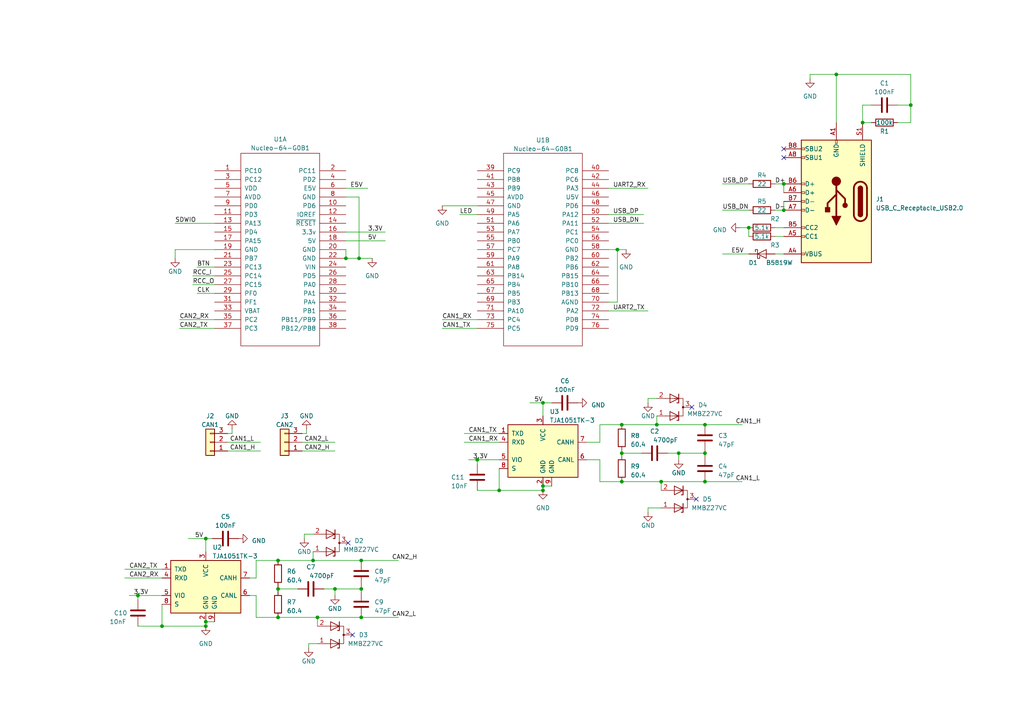
<source format=kicad_sch>
(kicad_sch (version 20221206) (generator eeschema)
  (paper "A4")
  (lib_symbols
    (symbol "Connector:USB_C_Receptacle_USB2.0" (pin_names (offset 1.016))
      (property "Reference" "J" (at -10.16 19.05 0))
      (property "Value" "USB_C_Receptacle_USB2.0" (at 19.05 19.05 0))
      (symbol "USB_C_Receptacle_USB2.0_0_0"
        (rectangle (start -0.254 -17.78) (end 0.254 -16.764))
        (rectangle (start 10.16 -14.986) (end 9.144 -15.494))
        (rectangle (start 10.16 -12.446) (end 9.144 -12.954))
        (rectangle (start 10.16 -4.826) (end 9.144 -5.334))
        (rectangle (start 10.16 -2.286) (end 9.144 -2.794))
        (rectangle (start 10.16 0.254) (end 9.144 -0.254))
        (rectangle (start 10.16 2.794) (end 9.144 2.286))
        (rectangle (start 10.16 7.874) (end 9.144 7.366))
        (rectangle (start 10.16 10.414) (end 9.144 9.906))
        (rectangle (start 10.16 15.494) (end 9.144 14.986))
      )
      (symbol "USB_C_Receptacle_USB2.0_0_1"
        (rectangle (start -10.16 17.78) (end 10.16 -17.78) (stroke (width 0.254)) (fill (type background)))
        (arc (start -8.89 -3.81) (mid -6.985 -5.7067) (end -5.08 -3.81) (stroke (width 0.508)))
        (arc (start -7.62 -3.81) (mid -6.985 -4.4423) (end -6.35 -3.81) (stroke (width 0.254)))
        (arc (start -7.62 -3.81) (mid -6.985 -4.4423) (end -6.35 -3.81) (stroke (width 0.254)) (fill (type outline)))
        (rectangle (start -7.62 -3.81) (end -6.35 3.81) (stroke (width 0.254)) (fill (type outline)))
        (arc (start -6.35 3.81) (mid -6.985 4.4423) (end -7.62 3.81) (stroke (width 0.254)))
        (arc (start -6.35 3.81) (mid -6.985 4.4423) (end -7.62 3.81) (stroke (width 0.254)) (fill (type outline)))
        (arc (start -5.08 3.81) (mid -6.985 5.7067) (end -8.89 3.81) (stroke (width 0.508)))
        (circle (center -2.54 1.143) (radius 0.635) (stroke (width 0.254)) (fill (type outline)))
        (circle (center 0 -5.842) (radius 1.27) (fill (type outline)))
        (polyline (pts (xy -8.89 -3.81) (xy -8.89 3.81)) (stroke (width 0.508)))
        (polyline (pts (xy -5.08 3.81) (xy -5.08 -3.81)) (stroke (width 0.508)))
        (polyline (pts (xy 0 -5.842) (xy 0 4.318)) (stroke (width 0.508)))
        (polyline (pts (xy 0 -3.302) (xy -2.54 -0.762) (xy -2.54 0.508)) (stroke (width 0.508)))
        (polyline (pts (xy 0 -2.032) (xy 2.54 0.508) (xy 2.54 1.778)) (stroke (width 0.508)))
        (polyline (pts (xy -1.27 4.318) (xy 0 6.858) (xy 1.27 4.318) (xy -1.27 4.318)) (stroke (width 0.254)) (fill (type outline)))
        (rectangle (start 1.905 1.778) (end 3.175 3.048) (stroke (width 0.254)) (fill (type outline)))
      )
      (symbol "USB_C_Receptacle_USB2.0_1_1"
        (pin passive line (at 0 -22.86 90) (length 5.08) (name "GND") (number "A1"))
        (pin passive line (at 0 -22.86 90) (length 5.08) hide (name "GND") (number "A12"))
        (pin passive line (at 15.24 15.24 180) (length 5.08) (name "VBUS") (number "A4"))
        (pin bidirectional line (at 15.24 10.16 180) (length 5.08) (name "CC1") (number "A5"))
        (pin bidirectional line (at 15.24 -2.54 180) (length 5.08) (name "D+") (number "A6"))
        (pin bidirectional line (at 15.24 2.54 180) (length 5.08) (name "D-") (number "A7"))
        (pin bidirectional line (at 15.24 -12.7 180) (length 5.08) (name "SBU1") (number "A8"))
        (pin passive line (at 15.24 15.24 180) (length 5.08) hide (name "VBUS") (number "A9"))
        (pin passive line (at 0 -22.86 90) (length 5.08) hide (name "GND") (number "B1"))
        (pin passive line (at 0 -22.86 90) (length 5.08) hide (name "GND") (number "B12"))
        (pin passive line (at 15.24 15.24 180) (length 5.08) hide (name "VBUS") (number "B4"))
        (pin bidirectional line (at 15.24 7.62 180) (length 5.08) (name "CC2") (number "B5"))
        (pin bidirectional line (at 15.24 -5.08 180) (length 5.08) (name "D+") (number "B6"))
        (pin bidirectional line (at 15.24 0 180) (length 5.08) (name "D-") (number "B7"))
        (pin bidirectional line (at 15.24 -15.24 180) (length 5.08) (name "SBU2") (number "B8"))
        (pin passive line (at 15.24 15.24 180) (length 5.08) hide (name "VBUS") (number "B9"))
        (pin passive line (at -7.62 -22.86 90) (length 5.08) (name "SHIELD") (number "S1"))
      )
    )
    (symbol "Connector_Generic:Conn_01x03" (pin_names (offset 1.016) hide)
      (property "Reference" "J" (at 0 5.08 0))
      (property "Value" "Conn_01x03" (at 0 -5.08 0))
      (symbol "Conn_01x03_1_1"
        (rectangle (start -1.27 -2.413) (end 0 -2.667) (stroke (width 0.1524)))
        (rectangle (start -1.27 0.127) (end 0 -0.127) (stroke (width 0.1524)))
        (rectangle (start -1.27 2.667) (end 0 2.413) (stroke (width 0.1524)))
        (rectangle (start -1.27 3.81) (end 1.27 -3.81) (stroke (width 0.254)) (fill (type background)))
        (pin passive line (at -5.08 2.54 0) (length 3.81) (name "Pin_1") (number "1"))
        (pin passive line (at -5.08 0 0) (length 3.81) (name "Pin_2") (number "2"))
        (pin passive line (at -5.08 -2.54 0) (length 3.81) (name "Pin_3") (number "3"))
      )
    )
    (symbol "Device:C" (pin_numbers hide) (pin_names (offset 0.254))
      (property "Reference" "C" (at 0.635 2.54 0))
      (property "Value" "C" (at 0.635 -2.54 0))
      (symbol "C_0_1"
        (polyline (pts (xy -2.032 -0.762) (xy 2.032 -0.762)) (stroke (width 0.508)))
        (polyline (pts (xy -2.032 0.762) (xy 2.032 0.762)) (stroke (width 0.508)))
      )
      (symbol "C_1_1"
        (pin passive line (at 0 3.81 270) (length 2.794) (name "~") (number "1"))
        (pin passive line (at 0 -3.81 90) (length 2.794) (name "~") (number "2"))
      )
    )
    (symbol "Device:D_Schottky" (pin_numbers hide) (pin_names hide)
      (property "Reference" "D" (at 0 2.54 0))
      (property "Value" "D_Schottky" (at 0 -2.54 0))
      (symbol "D_Schottky_0_1"
        (polyline (pts (xy 1.27 0) (xy -1.27 0)))
        (polyline (pts (xy 1.27 1.27) (xy 1.27 -1.27) (xy -1.27 0) (xy 1.27 1.27)) (stroke (width 0.2032)))
        (polyline (pts (xy -1.905 0.635) (xy -1.905 1.27) (xy -1.27 1.27) (xy -1.27 -1.27) (xy -0.635 -1.27) (xy -0.635 -0.635)) (stroke (width 0.2032)))
      )
      (symbol "D_Schottky_1_1"
        (pin passive line (at -3.81 0 0) (length 2.54) (name "K") (number "1"))
        (pin passive line (at 3.81 0 180) (length 2.54) (name "A") (number "2"))
      )
    )
    (symbol "Device:R" (pin_numbers hide) (pin_names (offset 0))
      (property "Reference" "R" (at 2.032 0 90))
      (property "Value" "R" (at 0 0 90))
      (symbol "R_0_1"
        (rectangle (start -1.016 -2.54) (end 1.016 2.54) (stroke (width 0.254)))
      )
      (symbol "R_1_1"
        (pin passive line (at 0 3.81 270) (length 1.27) (name "~") (number "1"))
        (pin passive line (at 0 -3.81 90) (length 1.27) (name "~") (number "2"))
      )
    )
    (symbol "ESD:MMBZxxVC" (pin_names (offset 1.016) hide)
      (property "Reference" "D" (at 3.81 2.54 0))
      (property "Value" "MMBZxxVC" (at 3.81 0 0))
      (symbol "MMBZxxVC_0_1"
        (circle (center 0 -2.54) (radius 0.254) (fill (type outline)))
        (polyline (pts (xy -2.54 -1.27) (xy -2.54 2.54)))
        (polyline (pts (xy 2.54 -1.27) (xy 2.54 2.54)))
        (polyline (pts (xy -1.27 -1.27) (xy -3.81 -1.27) (xy -3.81 -0.762)) (stroke (width 0.254)))
        (polyline (pts (xy 3.81 -1.27) (xy 1.27 -1.27) (xy 1.27 -0.762)) (stroke (width 0.254)))
        (polyline (pts (xy -2.54 0) (xy -2.54 -2.54) (xy 2.54 -2.54) (xy 2.54 0)))
      )
      (symbol "MMBZxxVC_1_1"
        (polyline (pts (xy -1.27 1.27) (xy -3.81 1.27) (xy -2.54 -1.27) (xy -1.27 1.27)) (stroke (width 0.2032)))
        (polyline (pts (xy 3.81 1.27) (xy 1.27 1.27) (xy 2.54 -1.27) (xy 3.81 1.27)) (stroke (width 0.2032)))
        (pin passive line (at -2.54 5.08 270) (length 2.54) (name "K") (number "1"))
        (pin passive line (at 2.54 5.08 270) (length 2.54) (name "K") (number "2"))
        (pin passive line (at 0 -5.08 90) (length 2.54) (name "A") (number "3"))
      )
    )
    (symbol "Interface_CAN_LIN:TJA1051TK-3" (pin_names (offset 1.016))
      (property "Reference" "U" (at -10.16 8.89 0))
      (property "Value" "TJA1051TK-3" (at 1.27 8.89 0))
      (symbol "TJA1051TK-3_0_1"
        (rectangle (start -10.16 7.62) (end 10.16 -7.62) (stroke (width 0.254)) (fill (type background)))
      )
      (symbol "TJA1051TK-3_1_1"
        (pin input line (at -12.7 5.08 0) (length 2.54) (name "TXD") (number "1"))
        (pin power_in line (at 0 -10.16 90) (length 2.54) (name "GND") (number "2"))
        (pin power_in line (at 0 10.16 270) (length 2.54) (name "VCC") (number "3"))
        (pin output line (at -12.7 2.54 0) (length 2.54) (name "RXD") (number "4"))
        (pin power_in line (at -12.7 -2.54 0) (length 2.54) (name "VIO") (number "5"))
        (pin bidirectional line (at 12.7 -2.54 180) (length 2.54) (name "CANL") (number "6"))
        (pin bidirectional line (at 12.7 2.54 180) (length 2.54) (name "CANH") (number "7"))
        (pin input line (at -12.7 -5.08 0) (length 2.54) (name "S") (number "8"))
        (pin power_in line (at 2.54 -10.16 90) (length 2.54) (name "GND") (number "9"))
      )
    )
    (symbol "Nucleo-64:Nucleo-64-G0B1" (pin_names (offset 1.016))
      (property "Reference" "U" (at 0 -2.54 0))
      (property "Value" "Nucleo-64-G0B1" (at 0 2.54 0))
      (symbol "Nucleo-64-G0B1_1_0"
        (rectangle (start -11.43 -27.94) (end 11.43 27.94))
      )
      (symbol "Nucleo-64-G0B1_1_1"
        (pin bidirectional line (at -19.05 22.86 0) (length 7.62) (name "PC10") (number "1"))
        (pin bidirectional line (at 19.05 12.7 180) (length 7.62) (name "PD6") (number "10"))
        (pin bidirectional line (at -19.05 10.16 0) (length 7.62) (name "PD3") (number "11"))
        (pin power_out line (at 19.05 10.16 180) (length 7.62) (name "IOREF") (number "12"))
        (pin bidirectional line (at -19.05 7.62 0) (length 7.62) (name "PA13") (number "13"))
        (pin bidirectional line (at 19.05 7.62 180) (length 7.62) (name "~{RESET}") (number "14"))
        (pin bidirectional line (at -19.05 5.08 0) (length 7.62) (name "PD4") (number "15"))
        (pin power_out line (at 19.05 5.08 180) (length 7.62) (name "3.3v") (number "16"))
        (pin bidirectional line (at -19.05 2.54 0) (length 7.62) (name "PA15") (number "17"))
        (pin power_out line (at 19.05 2.54 180) (length 7.62) (name "5V") (number "18"))
        (pin power_in line (at -19.05 0 0) (length 7.62) (name "GND") (number "19"))
        (pin bidirectional line (at 19.05 22.86 180) (length 7.62) (name "PC11") (number "2"))
        (pin power_in line (at 19.05 0 180) (length 7.62) (name "GND") (number "20"))
        (pin bidirectional line (at -19.05 -2.54 0) (length 7.62) (name "PB7") (number "21"))
        (pin power_in line (at 19.05 -2.54 180) (length 7.62) (name "GND") (number "22"))
        (pin bidirectional line (at -19.05 -5.08 0) (length 7.62) (name "PC13") (number "23"))
        (pin power_in line (at 19.05 -5.08 180) (length 7.62) (name "VIN") (number "24"))
        (pin bidirectional line (at -19.05 -7.62 0) (length 7.62) (name "PC14") (number "25"))
        (pin bidirectional line (at 19.05 -7.62 180) (length 7.62) (name "PD5") (number "26"))
        (pin bidirectional line (at -19.05 -10.16 0) (length 7.62) (name "PC15") (number "27"))
        (pin bidirectional line (at 19.05 -10.16 180) (length 7.62) (name "PA0") (number "28"))
        (pin bidirectional line (at -19.05 -12.7 0) (length 7.62) (name "PF0") (number "29"))
        (pin bidirectional line (at -19.05 20.32 0) (length 7.62) (name "PC12") (number "3"))
        (pin bidirectional line (at 19.05 -12.7 180) (length 7.62) (name "PA1") (number "30"))
        (pin bidirectional line (at -19.05 -15.24 0) (length 7.62) (name "PF1") (number "31"))
        (pin bidirectional line (at 19.05 -15.24 180) (length 7.62) (name "PA4") (number "32"))
        (pin power_in line (at -19.05 -17.78 0) (length 7.62) (name "VBAT") (number "33"))
        (pin bidirectional line (at 19.05 -17.78 180) (length 7.62) (name "PB1") (number "34"))
        (pin bidirectional line (at -19.05 -20.32 0) (length 7.62) (name "PC2") (number "35"))
        (pin bidirectional line (at 19.05 -20.32 180) (length 7.62) (name "PB11/PB9") (number "36"))
        (pin bidirectional line (at -19.05 -22.86 0) (length 7.62) (name "PC3") (number "37"))
        (pin bidirectional line (at 19.05 -22.86 180) (length 7.62) (name "PB12/PB8") (number "38"))
        (pin bidirectional line (at 19.05 20.32 180) (length 7.62) (name "PD2") (number "4"))
        (pin power_in line (at -19.05 17.78 0) (length 7.62) (name "VDD") (number "5"))
        (pin power_in line (at 19.05 17.78 180) (length 7.62) (name "E5V") (number "6"))
        (pin power_in line (at -19.05 15.24 0) (length 7.62) (name "AVDD") (number "7"))
        (pin power_in line (at 19.05 15.24 180) (length 7.62) (name "GND") (number "8"))
        (pin bidirectional line (at -19.05 12.7 0) (length 7.62) (name "PD0") (number "9"))
      )
      (symbol "Nucleo-64-G0B1_2_0"
        (rectangle (start -11.43 -27.94) (end 11.43 27.94))
      )
      (symbol "Nucleo-64-G0B1_2_1"
        (pin bidirectional line (at -19.05 22.86 0) (length 7.62) (name "PC9") (number "39"))
        (pin bidirectional line (at 19.05 22.86 180) (length 7.62) (name "PC8") (number "40"))
        (pin bidirectional line (at -19.05 20.32 0) (length 7.62) (name "PB8") (number "41"))
        (pin bidirectional line (at 19.05 20.32 180) (length 7.62) (name "PC6") (number "42"))
        (pin bidirectional line (at -19.05 17.78 0) (length 7.62) (name "PB9") (number "43"))
        (pin bidirectional line (at 19.05 17.78 180) (length 7.62) (name "PA3") (number "44"))
        (pin power_in line (at -19.05 15.24 0) (length 7.62) (name "AVDD") (number "45"))
        (pin power_out line (at 19.05 15.24 180) (length 7.62) (name "U5V") (number "46"))
        (pin power_in line (at -19.05 12.7 0) (length 7.62) (name "GND") (number "47"))
        (pin bidirectional line (at 19.05 12.7 180) (length 7.62) (name "PD6") (number "48"))
        (pin bidirectional line (at -19.05 10.16 0) (length 7.62) (name "PA5") (number "49"))
        (pin bidirectional line (at 19.05 10.16 180) (length 7.62) (name "PA12") (number "50"))
        (pin bidirectional line (at -19.05 7.62 0) (length 7.62) (name "PA6") (number "51"))
        (pin bidirectional line (at 19.05 7.62 180) (length 7.62) (name "PA11") (number "52"))
        (pin bidirectional line (at -19.05 5.08 0) (length 7.62) (name "PA7") (number "53"))
        (pin bidirectional line (at 19.05 5.08 180) (length 7.62) (name "PC1") (number "54"))
        (pin bidirectional line (at -19.05 2.54 0) (length 7.62) (name "PB0") (number "55"))
        (pin bidirectional line (at 19.05 2.54 180) (length 7.62) (name "PC0") (number "56"))
        (pin bidirectional line (at -19.05 0 0) (length 7.62) (name "PC7") (number "57"))
        (pin power_in line (at 19.05 0 180) (length 7.62) (name "GND") (number "58"))
        (pin bidirectional line (at -19.05 -2.54 0) (length 7.62) (name "PA9") (number "59"))
        (pin bidirectional line (at 19.05 -2.54 180) (length 7.62) (name "PB2") (number "60"))
        (pin bidirectional line (at -19.05 -5.08 0) (length 7.62) (name "PA8") (number "61"))
        (pin bidirectional line (at 19.05 -5.08 180) (length 7.62) (name "PB6") (number "62"))
        (pin bidirectional line (at -19.05 -7.62 0) (length 7.62) (name "PB14") (number "63"))
        (pin bidirectional line (at 19.05 -7.62 180) (length 7.62) (name "PB15") (number "64"))
        (pin bidirectional line (at -19.05 -10.16 0) (length 7.62) (name "PB4") (number "65"))
        (pin bidirectional line (at 19.05 -10.16 180) (length 7.62) (name "PB10") (number "66"))
        (pin bidirectional line (at -19.05 -12.7 0) (length 7.62) (name "PB5") (number "67"))
        (pin bidirectional line (at 19.05 -12.7 180) (length 7.62) (name "PB13") (number "68"))
        (pin bidirectional line (at -19.05 -15.24 0) (length 7.62) (name "PB3") (number "69"))
        (pin power_in line (at 19.05 -15.24 180) (length 7.62) (name "AGND") (number "70"))
        (pin bidirectional line (at -19.05 -17.78 0) (length 7.62) (name "PA10") (number "71"))
        (pin bidirectional line (at 19.05 -17.78 180) (length 7.62) (name "PA2") (number "72"))
        (pin bidirectional line (at -19.05 -20.32 0) (length 7.62) (name "PC4") (number "73"))
        (pin bidirectional line (at 19.05 -20.32 180) (length 7.62) (name "PD8") (number "74"))
        (pin bidirectional line (at -19.05 -22.86 0) (length 7.62) (name "PC5") (number "75"))
        (pin bidirectional line (at 19.05 -22.86 180) (length 7.62) (name "PD9") (number "76"))
      )
    )
    (symbol "power:GND" (power) (pin_names (offset 0))
      (property "Value" "GND" (at 0 -3.81 0))
      (symbol "GND_0_1"
        (polyline (pts (xy 0 0) (xy 0 -1.27) (xy 1.27 -1.27) (xy 0 -2.54) (xy -1.27 -1.27) (xy 0 -1.27)))
      )
      (symbol "GND_1_1"
        (pin power_in line (at 0 0 270) (length 0) hide (name "GND") (number "1"))
      )
    )
  )
  (junction (at 40.005 172.72))
  (junction (at 204.47 131.445))
  (junction (at 138.43 133.35))
  (junction (at 100.33 74.93))
  (junction (at 217.17 66.04))
  (junction (at 157.48 140.97))
  (junction (at 196.85 131.445))
  (junction (at 104.775 162.56))
  (junction (at 80.645 170.815))
  (junction (at 59.69 156.21))
  (junction (at 179.07 72.39))
  (junction (at 250.19 35.56))
  (junction (at 80.645 179.07))
  (junction (at 80.645 162.56))
  (junction (at 227.33 53.34))
  (junction (at 104.775 170.815))
  (junction (at 204.47 123.19))
  (junction (at 104.775 179.07))
  (junction (at 227.33 60.96))
  (junction (at 264.16 30.48))
  (junction (at 157.48 116.84))
  (junction (at 157.48 142.24))
  (junction (at 46.99 181.61))
  (junction (at 242.57 21.59))
  (junction (at 104.14 74.93))
  (junction (at 144.78 142.24))
  (junction (at 180.34 131.445))
  (junction (at 180.34 123.19))
  (junction (at 97.155 170.815))
  (junction (at 59.69 180.34))
  (junction (at 190.5 123.19))
  (junction (at 59.69 181.61))
  (junction (at 180.34 139.7))
  (junction (at 191.77 139.7))
  (junction (at 90.805 162.56))
  (junction (at 204.47 139.7))
  (junction (at 92.075 179.07))
  (no_connect (at 227.33 43.18))
  (no_connect (at 100.965 157.48))
  (no_connect (at 200.66 118.11))
  (no_connect (at 227.33 45.72))
  (no_connect (at 102.235 184.15))
  (no_connect (at 201.93 144.78))
  (wire (pts (xy 36.195 167.64) (xy 46.99 167.64)))
  (wire (pts (xy 209.55 60.96) (xy 217.17 60.96)))
  (wire (pts (xy 196.85 131.445) (xy 204.47 131.445)))
  (wire (pts (xy 50.8 64.77) (xy 62.23 64.77)))
  (wire (pts (xy 144.78 142.24) (xy 157.48 142.24)))
  (wire (pts (xy 173.99 128.27) (xy 173.99 123.19)))
  (wire (pts (xy 66.04 130.81) (xy 75.565 130.81)))
  (wire (pts (xy 209.55 53.34) (xy 217.17 53.34)))
  (wire (pts (xy 80.645 170.815) (xy 80.645 171.45)))
  (wire (pts (xy 54.61 156.21) (xy 59.69 156.21)))
  (wire (pts (xy 135.89 133.35) (xy 138.43 133.35)))
  (wire (pts (xy 59.69 156.21) (xy 59.69 160.02)))
  (wire (pts (xy 92.075 179.07) (xy 104.775 179.07)))
  (wire (pts (xy 67.31 125.73) (xy 66.04 125.73)))
  (wire (pts (xy 104.14 57.15) (xy 104.14 74.93)))
  (wire (pts (xy 88.265 154.94) (xy 90.805 154.94)))
  (wire (pts (xy 187.96 115.57) (xy 190.5 115.57)))
  (wire (pts (xy 52.07 92.71) (xy 62.23 92.71)))
  (wire (pts (xy 176.53 87.63) (xy 179.07 87.63)))
  (wire (pts (xy 191.77 139.7) (xy 204.47 139.7)))
  (wire (pts (xy 100.33 74.93) (xy 104.14 74.93)))
  (wire (pts (xy 104.775 170.815) (xy 104.775 171.45)))
  (wire (pts (xy 128.27 92.71) (xy 138.43 92.71)))
  (wire (pts (xy 88.9 124.46) (xy 88.9 125.73)))
  (wire (pts (xy 224.79 60.96) (xy 227.33 60.96)))
  (wire (pts (xy 133.35 62.23) (xy 138.43 62.23)))
  (wire (pts (xy 72.39 167.64) (xy 74.295 167.64)))
  (wire (pts (xy 153.67 116.84) (xy 157.48 116.84)))
  (wire (pts (xy 74.295 167.64) (xy 74.295 162.56)))
  (wire (pts (xy 179.07 87.63) (xy 179.07 72.39)))
  (wire (pts (xy 242.57 21.59) (xy 264.16 21.59)))
  (wire (pts (xy 40.005 172.72) (xy 40.005 173.99)))
  (wire (pts (xy 234.95 21.59) (xy 242.57 21.59)))
  (wire (pts (xy 128.27 59.69) (xy 138.43 59.69)))
  (wire (pts (xy 104.775 179.07) (xy 115.57 179.07)))
  (wire (pts (xy 170.18 133.35) (xy 173.99 133.35)))
  (wire (pts (xy 36.195 165.1) (xy 46.99 165.1)))
  (wire (pts (xy 264.16 21.59) (xy 264.16 30.48)))
  (wire (pts (xy 87.63 128.27) (xy 97.155 128.27)))
  (wire (pts (xy 55.88 80.01) (xy 62.23 80.01)))
  (wire (pts (xy 176.53 72.39) (xy 179.07 72.39)))
  (wire (pts (xy 180.34 130.81) (xy 180.34 131.445)))
  (wire (pts (xy 242.57 35.56) (xy 242.57 21.59)))
  (wire (pts (xy 52.07 95.25) (xy 62.23 95.25)))
  (wire (pts (xy 250.19 30.48) (xy 250.19 35.56)))
  (wire (pts (xy 93.98 170.815) (xy 97.155 170.815)))
  (wire (pts (xy 217.17 66.04) (xy 217.17 68.58)))
  (wire (pts (xy 180.34 131.445) (xy 180.34 132.08)))
  (wire (pts (xy 40.005 181.61) (xy 46.99 181.61)))
  (wire (pts (xy 224.79 68.58) (xy 227.33 68.58)))
  (wire (pts (xy 157.48 116.84) (xy 157.48 120.65)))
  (wire (pts (xy 176.53 64.77) (xy 186.69 64.77)))
  (wire (pts (xy 57.15 77.47) (xy 62.23 77.47)))
  (wire (pts (xy 191.77 139.7) (xy 191.77 142.24)))
  (wire (pts (xy 90.805 162.56) (xy 104.775 162.56)))
  (wire (pts (xy 138.43 133.35) (xy 144.78 133.35)))
  (wire (pts (xy 59.69 180.34) (xy 62.23 180.34)))
  (wire (pts (xy 104.775 170.18) (xy 104.775 170.815)))
  (wire (pts (xy 37.465 172.72) (xy 40.005 172.72)))
  (wire (pts (xy 61.595 156.21) (xy 59.69 156.21)))
  (wire (pts (xy 80.645 170.18) (xy 80.645 170.815)))
  (wire (pts (xy 160.02 116.84) (xy 157.48 116.84)))
  (wire (pts (xy 157.48 140.97) (xy 160.02 140.97)))
  (wire (pts (xy 204.47 123.19) (xy 215.265 123.19)))
  (wire (pts (xy 100.33 67.31) (xy 111.76 67.31)))
  (wire (pts (xy 180.34 131.445) (xy 186.055 131.445)))
  (wire (pts (xy 260.35 30.48) (xy 264.16 30.48)))
  (wire (pts (xy 138.43 142.24) (xy 144.78 142.24)))
  (wire (pts (xy 104.775 162.56) (xy 115.57 162.56)))
  (wire (pts (xy 134.62 125.73) (xy 144.78 125.73)))
  (wire (pts (xy 252.73 30.48) (xy 250.19 30.48)))
  (wire (pts (xy 204.47 131.445) (xy 204.47 132.08)))
  (wire (pts (xy 74.295 162.56) (xy 80.645 162.56)))
  (wire (pts (xy 55.88 82.55) (xy 62.23 82.55)))
  (wire (pts (xy 80.645 170.815) (xy 86.36 170.815)))
  (wire (pts (xy 100.33 57.15) (xy 104.14 57.15)))
  (wire (pts (xy 88.9 125.73) (xy 87.63 125.73)))
  (wire (pts (xy 204.47 130.81) (xy 204.47 131.445)))
  (wire (pts (xy 144.78 135.89) (xy 144.78 142.24)))
  (wire (pts (xy 157.48 140.97) (xy 157.48 142.24)))
  (wire (pts (xy 80.645 162.56) (xy 90.805 162.56)))
  (wire (pts (xy 187.96 116.84) (xy 187.96 115.57)))
  (wire (pts (xy 97.155 170.815) (xy 97.155 172.72)))
  (wire (pts (xy 179.07 72.39) (xy 181.61 72.39)))
  (wire (pts (xy 40.005 172.72) (xy 46.99 172.72)))
  (wire (pts (xy 227.33 58.42) (xy 227.33 60.96)))
  (wire (pts (xy 190.5 120.65) (xy 190.5 123.19)))
  (wire (pts (xy 74.295 179.07) (xy 80.645 179.07)))
  (wire (pts (xy 214.63 66.04) (xy 217.17 66.04)))
  (wire (pts (xy 176.53 54.61) (xy 187.96 54.61)))
  (wire (pts (xy 57.15 85.09) (xy 62.23 85.09)))
  (wire (pts (xy 196.85 131.445) (xy 196.85 133.35)))
  (wire (pts (xy 264.16 35.56) (xy 264.16 30.48)))
  (wire (pts (xy 234.95 22.86) (xy 234.95 21.59)))
  (wire (pts (xy 87.63 130.81) (xy 97.155 130.81)))
  (wire (pts (xy 260.35 35.56) (xy 264.16 35.56)))
  (wire (pts (xy 191.77 147.32) (xy 187.96 147.32)))
  (wire (pts (xy 72.39 172.72) (xy 74.295 172.72)))
  (wire (pts (xy 88.265 154.94) (xy 88.265 156.21)))
  (wire (pts (xy 134.62 128.27) (xy 144.78 128.27)))
  (wire (pts (xy 138.43 133.35) (xy 138.43 134.62)))
  (wire (pts (xy 204.47 139.7) (xy 215.265 139.7)))
  (wire (pts (xy 104.14 74.93) (xy 107.95 74.93)))
  (wire (pts (xy 190.5 123.19) (xy 204.47 123.19)))
  (wire (pts (xy 89.535 186.69) (xy 89.535 187.96)))
  (wire (pts (xy 100.33 69.85) (xy 111.76 69.85)))
  (wire (pts (xy 173.99 139.7) (xy 180.34 139.7)))
  (wire (pts (xy 46.99 181.61) (xy 59.69 181.61)))
  (wire (pts (xy 100.33 54.61) (xy 106.68 54.61)))
  (wire (pts (xy 176.53 62.23) (xy 186.69 62.23)))
  (wire (pts (xy 224.79 66.04) (xy 227.33 66.04)))
  (wire (pts (xy 173.99 133.35) (xy 173.99 139.7)))
  (wire (pts (xy 224.79 53.34) (xy 227.33 53.34)))
  (wire (pts (xy 209.55 73.66) (xy 217.17 73.66)))
  (wire (pts (xy 50.8 72.39) (xy 62.23 72.39)))
  (wire (pts (xy 97.155 170.815) (xy 104.775 170.815)))
  (wire (pts (xy 50.8 74.93) (xy 50.8 72.39)))
  (wire (pts (xy 89.535 186.69) (xy 92.075 186.69)))
  (wire (pts (xy 92.075 179.07) (xy 92.075 181.61)))
  (wire (pts (xy 176.53 90.17) (xy 187.96 90.17)))
  (wire (pts (xy 128.27 95.25) (xy 138.43 95.25)))
  (wire (pts (xy 170.18 128.27) (xy 173.99 128.27)))
  (wire (pts (xy 74.295 172.72) (xy 74.295 179.07)))
  (wire (pts (xy 180.34 123.19) (xy 190.5 123.19)))
  (wire (pts (xy 59.69 180.34) (xy 59.69 181.61)))
  (wire (pts (xy 187.96 147.32) (xy 187.96 148.59)))
  (wire (pts (xy 180.34 139.7) (xy 191.77 139.7)))
  (wire (pts (xy 80.645 179.07) (xy 92.075 179.07)))
  (wire (pts (xy 66.04 128.27) (xy 75.565 128.27)))
  (wire (pts (xy 250.19 35.56) (xy 252.73 35.56)))
  (wire (pts (xy 90.805 160.02) (xy 90.805 162.56)))
  (wire (pts (xy 227.33 53.34) (xy 227.33 55.88)))
  (wire (pts (xy 173.99 123.19) (xy 180.34 123.19)))
  (wire (pts (xy 193.675 131.445) (xy 196.85 131.445)))
  (wire (pts (xy 67.31 124.46) (xy 67.31 125.73)))
  (wire (pts (xy 224.79 73.66) (xy 227.33 73.66)))
  (wire (pts (xy 46.99 175.26) (xy 46.99 181.61)))
  (wire (pts (xy 100.33 72.39) (xy 100.33 74.93)))
  (label "USB_DP" (at 209.55 53.34 0))
  (label "CAN1_TX" (at 135.89 125.73 0))
  (label "D+" (at 224.79 53.34 0))
  (label "5V" (at 56.515 156.21 0))
  (label "CAN1_RX" (at 135.89 128.27 0))
  (label "CAN2_L" (at 113.665 179.07 0))
  (label "CAN1_H" (at 66.675 130.81 0))
  (label "UART2_RX" (at 177.8 54.61 0))
  (label "E5V" (at 101.6 54.61 0))
  (label "CAN1_L" (at 66.675 128.27 0))
  (label "LED" (at 133.35 62.23 0))
  (label "CAN2_TX" (at 52.07 95.25 0))
  (label "E5V" (at 212.09 73.66 0))
  (label "CAN1_TX" (at 128.27 95.25 0))
  (label "USB_DN" (at 209.55 60.96 0))
  (label "BTN" (at 57.15 77.47 0))
  (label "3.3V" (at 106.68 67.31 0))
  (label "CAN1_L" (at 213.36 139.7 0))
  (label "CAN2_L" (at 88.265 128.27 0))
  (label "RCC_I" (at 55.88 80.01 0))
  (label "USB_DP" (at 177.8 62.23 0))
  (label "UART2_TX" (at 177.8 90.17 0))
  (label "D-" (at 224.79 60.96 0))
  (label "3.3V" (at 38.735 172.72 0))
  (label "5V" (at 106.68 69.85 0))
  (label "RCC_O" (at 55.88 82.55 0))
  (label "SDWIO" (at 50.8 64.77 0))
  (label "CAN2_H" (at 113.665 162.56 0))
  (label "CAN2_RX" (at 37.465 167.64 0))
  (label "CAN2_TX" (at 37.465 165.1 0))
  (label "5V" (at 154.94 116.84 0))
  (label "CAN2_RX" (at 52.07 92.71 0))
  (label "CAN1_H" (at 213.36 123.19 0))
  (label "3.3V" (at 137.16 133.35 0))
  (label "CAN1_RX" (at 128.27 92.71 0))
  (label "CLK" (at 57.15 85.09 0))
  (label "USB_DN" (at 177.8 64.77 0))
  (label "CAN2_H" (at 88.265 130.81 0))
  (symbol (lib_id "power:GND") (at 97.155 172.72 0) (unit 1)
    (property "Reference" "#PWR013" (effects hide))
    (property "Value" "GND" (at 97.155 176.53 0))
  )
  (symbol (lib_id "ESD:MMBZxxVC") (at 195.58 118.11 90) (unit 1)
    (property "Reference" "D4" (at 203.835 117.475 90))
    (property "Value" "MMBZ27VC" (at 204.47 120.015 90))
    (property "Footprint" "Package_TO_SOT_SMD:SOT-23" (effects hide))
    (property "Datasheet" "http://www.onsemi.com/pub/Collateral/MMBZ5V6ALT1-D.PDF" (effects hide))
    (property "LCSC Part #" "C970026" (effects hide))
  )
  (symbol (lib_id "Device:R") (at 220.98 53.34 270) (unit 1)
    (property "Reference" "R4" (at 220.98 50.8 90))
    (property "Value" "22" (at 220.98 53.34 90))
    (property "Footprint" "Resistor_SMD:R_0603_1608Metric" (effects hide))
    (property "Part #" "0603WAF220JT5E" (effects hide))
    (property "LCSC Part #" "C23345" (effects hide))
  )
  (symbol (lib_id "Device:R") (at 80.645 166.37 0) (unit 1)
    (property "Reference" "R6" (at 83.185 165.735 0) (effects (justify left)))
    (property "Value" "60.4" (at 83.185 168.275 0) (effects (justify left)))
    (property "Footprint" "Resistor_SMD:R_0603_1608Metric" (effects hide))
    (property "LCSC Part #" "C23090" (effects hide))
  )
  (symbol (lib_id "power:GND") (at 128.27 59.69 0) (unit 1)
    (property "Reference" "#PWR03" (effects hide))
    (property "Value" "GND" (at 128.27 64.77 0))
  )
  (symbol (lib_id "Interface_CAN_LIN:TJA1051TK-3") (at 157.48 130.81 0) (unit 1)
    (property "Reference" "U3" (at 159.4359 119.38 0) (effects (justify left)))
    (property "Value" "TJA1051TK-3" (at 159.4359 121.92 0) (effects (justify left)))
    (property "Footprint" "Package_DFN_QFN:DFN-8-1EP_3x3mm_P0.65mm_EP1.55x2.4mm" (effects hide))
    (property "Datasheet" "http://www.nxp.com/documents/data_sheet/TJA1051.pdf" (effects hide))
    (property "LCSC Part #" "C1121846" (effects hide))
    (property "Part #" "SIT1051TK/3" (effects hide))
  )
  (symbol (lib_id "Device:R") (at 220.98 60.96 270) (unit 1)
    (property "Reference" "R5" (at 220.98 58.42 90))
    (property "Value" "22" (at 220.98 60.96 90))
    (property "Footprint" "Resistor_SMD:R_0603_1608Metric" (effects hide))
    (property "Part #" "0603WAF220JT5E" (effects hide))
    (property "LCSC Part #" "C23345" (effects hide))
  )
  (symbol (lib_id "Connector_Generic:Conn_01x03") (at 82.55 128.27 180) (unit 1)
    (property "Reference" "J3" (at 82.55 120.65 0))
    (property "Value" "CAN2" (at 82.55 123.19 0))
    (property "Footprint" "Connector_JST:JST_EH_S3B-EH_1x03_P2.50mm_Horizontal" (effects hide))
    (property "LCSC Part #" "C18428" (effects hide))
  )
  (symbol (lib_id "power:GND") (at 234.95 22.86 0) (unit 1)
    (property "Reference" "#PWR06" (effects hide))
    (property "Value" "GND" (at 234.95 27.94 0))
  )
  (symbol (lib_id "Device:C") (at 204.47 135.89 0) (unit 1)
    (property "Reference" "C4" (at 208.28 135.255 0) (effects (justify left)))
    (property "Value" "47pF" (at 208.28 137.795 0) (effects (justify left)))
    (property "Footprint" "Capacitor_SMD:C_0603_1608Metric" (effects hide))
    (property "LCSC Part #" "C1671" (effects hide))
  )
  (symbol (lib_id "power:GND") (at 167.64 116.84 90) (unit 1)
    (property "Reference" "#PWR015" (effects hide))
    (property "Value" "GND" (at 171.45 117.475 90) (effects (justify right)))
  )
  (symbol (lib_id "power:GND") (at 59.69 181.61 0) (unit 1)
    (property "Reference" "#PWR08" (effects hide))
    (property "Value" "GND" (at 59.69 186.69 0))
  )
  (symbol (lib_id "power:GND") (at 88.9 124.46 180) (unit 1)
    (property "Reference" "#PWR0127" (effects hide))
    (property "Value" "GND" (at 88.9 120.65 0))
  )
  (symbol (lib_id "Device:R") (at 220.98 68.58 90) (unit 1)
    (property "Reference" "R3" (at 224.79 71.12 90))
    (property "Value" "5.1k" (at 220.98 68.58 90))
    (property "Footprint" "Resistor_SMD:R_0603_1608Metric" (effects hide))
    (property "LCSC Part #" "C23186" (effects hide))
  )
  (symbol (lib_id "Device:C") (at 189.865 131.445 90) (unit 1)
    (property "Reference" "C2" (at 189.865 125.095 90))
    (property "Value" "4700pF" (at 193.04 127.635 90))
    (property "Footprint" "Capacitor_SMD:C_0603_1608Metric" (effects hide))
    (property "LCSC Part #" "C53987" (effects hide))
  )
  (symbol (lib_id "Device:R") (at 80.645 175.26 0) (unit 1)
    (property "Reference" "R7" (at 83.185 174.625 0) (effects (justify left)))
    (property "Value" "60.4" (at 83.185 177.165 0) (effects (justify left)))
    (property "Footprint" "Resistor_SMD:R_0603_1608Metric" (effects hide))
    (property "LCSC Part #" "C23090" (effects hide))
  )
  (symbol (lib_id "Device:R") (at 180.34 127 0) (unit 1)
    (property "Reference" "R8" (at 182.88 126.365 0) (effects (justify left)))
    (property "Value" "60.4" (at 182.88 128.905 0) (effects (justify left)))
    (property "Footprint" "Resistor_SMD:R_0603_1608Metric" (effects hide))
    (property "LCSC Part #" "C23090" (effects hide))
  )
  (symbol (lib_id "ESD:MMBZxxVC") (at 95.885 157.48 90) (unit 1)
    (property "Reference" "D2" (at 104.14 156.845 90))
    (property "Value" "MMBZ27VC" (at 104.775 159.385 90))
    (property "Footprint" "Package_TO_SOT_SMD:SOT-23" (effects hide))
    (property "Datasheet" "http://www.onsemi.com/pub/Collateral/MMBZ5V6ALT1-D.PDF" (effects hide))
    (property "LCSC Part #" "C970026" (effects hide))
  )
  (symbol (lib_id "ESD:MMBZxxVC") (at 196.85 144.78 90) (unit 1)
    (property "Reference" "D5" (at 205.105 144.78 90))
    (property "Value" "MMBZ27VC" (at 205.74 147.32 90))
    (property "Footprint" "Package_TO_SOT_SMD:SOT-23" (effects hide))
    (property "Datasheet" "http://www.onsemi.com/pub/Collateral/MMBZ5V6ALT1-D.PDF" (effects hide))
    (property "LCSC Part #" "C970026" (effects hide))
  )
  (symbol (lib_id "Device:C") (at 40.005 177.8 180) (unit 1)
    (property "Reference" "C10" (at 33.02 177.8 0) (effects (justify right)))
    (property "Value" "10nF" (at 31.75 180.34 0) (effects (justify right)))
    (property "Footprint" "Capacitor_SMD:C_0603_1608Metric" (effects hide))
    (property "LCSC Part #" "C57112" (effects hide))
  )
  (symbol (lib_id "Device:C") (at 90.17 170.815 90) (unit 1)
    (property "Reference" "C7" (at 90.17 164.465 90))
    (property "Value" "4700pF" (at 93.345 167.005 90))
    (property "Footprint" "Capacitor_SMD:C_0603_1608Metric" (effects hide))
    (property "LCSC Part #" "C53987" (effects hide))
  )
  (symbol (lib_id "Device:C") (at 104.775 166.37 0) (unit 1)
    (property "Reference" "C8" (at 108.585 165.735 0) (effects (justify left)))
    (property "Value" "47pF" (at 108.585 168.275 0) (effects (justify left)))
    (property "Footprint" "Capacitor_SMD:C_0603_1608Metric" (effects hide))
    (property "LCSC Part #" "C1671" (effects hide))
  )
  (symbol (lib_id "power:GND") (at 67.31 124.46 180) (unit 1)
    (property "Reference" "#PWR0128" (effects hide))
    (property "Value" "GND" (at 67.31 120.65 0))
  )
  (symbol (lib_id "Device:C") (at 256.54 30.48 90) (unit 1)
    (property "Reference" "C1" (at 256.54 24.13 90))
    (property "Value" "100nF" (at 256.54 26.67 90))
    (property "Footprint" "Capacitor_SMD:C_0603_1608Metric" (effects hide))
    (property "LCSC Part #" "C14663" (effects hide))
  )
  (symbol (lib_id "Nucleo-64:Nucleo-64-G0B1") (at 157.48 72.39 0) (unit 2)
    (property "Reference" "U1" (at 157.48 40.64 0))
    (property "Value" "Nucleo-64-G0B1" (at 157.48 43.18 0))
    (property "Footprint" "Nucleo-64:Nucleo-64" (effects hide))
    (property "Datasheet" "DOCUMENTATION" (effects hide))
  )
  (symbol (lib_id "Device:R") (at 180.34 135.89 0) (unit 1)
    (property "Reference" "R9" (at 182.88 135.255 0) (effects (justify left)))
    (property "Value" "60.4" (at 182.88 137.795 0) (effects (justify left)))
    (property "Footprint" "Resistor_SMD:R_0603_1608Metric" (effects hide))
    (property "LCSC Part #" "C23090" (effects hide))
  )
  (symbol (lib_id "power:GND") (at 89.535 187.96 0) (unit 1)
    (property "Reference" "#PWR014" (effects hide))
    (property "Value" "GND" (at 89.535 191.77 0))
  )
  (symbol (lib_id "Device:C") (at 204.47 127 0) (unit 1)
    (property "Reference" "C3" (at 208.28 126.365 0) (effects (justify left)))
    (property "Value" "47pF" (at 208.28 128.905 0) (effects (justify left)))
    (property "Footprint" "Capacitor_SMD:C_0603_1608Metric" (effects hide))
    (property "LCSC Part #" "C1671" (effects hide))
  )
  (symbol (lib_id "power:GND") (at 157.48 142.24 0) (unit 1)
    (property "Reference" "#PWR07" (effects hide))
    (property "Value" "GND" (at 157.48 147.32 0))
  )
  (symbol (lib_id "power:GND") (at 107.95 74.93 0) (unit 1)
    (property "Reference" "#PWR02" (effects hide))
    (property "Value" "GND" (at 107.95 80.01 0))
  )
  (symbol (lib_id "Device:C") (at 163.83 116.84 90) (unit 1)
    (property "Reference" "C6" (at 163.83 110.49 90))
    (property "Value" "100nF" (at 163.83 113.03 90))
    (property "Footprint" "Capacitor_SMD:C_0603_1608Metric" (effects hide))
    (property "LCSC Part #" "C14663" (effects hide))
  )
  (symbol (lib_id "Device:D_Schottky") (at 220.98 73.66 0) (unit 1)
    (property "Reference" "D1" (at 218.44 76.2 0))
    (property "Value" "B5819W" (at 226.06 76.2 0))
    (property "Footprint" "Diode_SMD:D_SOD-123" (effects hide))
    (property "Part #" "B5819W" (effects hide))
    (property "LCSC Part #" " C8598" (effects hide))
  )
  (symbol (lib_id "Nucleo-64:Nucleo-64-G0B1") (at 81.28 72.39 0) (unit 1)
    (property "Reference" "U1" (at 81.28 40.386 0))
    (property "Value" "Nucleo-64-G0B1" (at 81.28 42.926 0))
    (property "Footprint" "Nucleo-64:Nucleo-64" (effects hide))
    (property "Datasheet" "DOCUMENTATION" (effects hide))
  )
  (symbol (lib_id "Device:R") (at 220.98 66.04 90) (unit 1)
    (property "Reference" "R2" (at 224.79 63.5 90))
    (property "Value" "5.1k" (at 220.98 66.04 90))
    (property "Footprint" "Resistor_SMD:R_0603_1608Metric" (effects hide))
    (property "LCSC Part #" "C23186" (effects hide))
  )
  (symbol (lib_id "power:GND") (at 50.8 74.93 0) (unit 1)
    (property "Reference" "#PWR01" (effects hide))
    (property "Value" "GND" (at 50.8 78.74 0))
  )
  (symbol (lib_id "power:GND") (at 69.215 156.21 90) (unit 1)
    (property "Reference" "#PWR016" (effects hide))
    (property "Value" "GND" (at 73.025 156.845 90) (effects (justify right)))
  )
  (symbol (lib_id "power:GND") (at 214.63 66.04 270) (unit 1)
    (property "Reference" "#PWR05" (effects hide))
    (property "Value" "GND" (at 210.82 66.675 90) (effects (justify right)))
  )
  (symbol (lib_id "power:GND") (at 181.61 72.39 0) (unit 1)
    (property "Reference" "#PWR04" (effects hide))
    (property "Value" "GND" (at 181.61 77.47 0))
  )
  (symbol (lib_id "Interface_CAN_LIN:TJA1051TK-3") (at 59.69 170.18 0) (unit 1)
    (property "Reference" "U2" (at 61.6459 158.75 0) (effects (justify left)))
    (property "Value" "TJA1051TK-3" (at 61.6459 161.29 0) (effects (justify left)))
    (property "Footprint" "Package_DFN_QFN:DFN-8-1EP_3x3mm_P0.65mm_EP1.55x2.4mm" (effects hide))
    (property "Datasheet" "http://www.nxp.com/documents/data_sheet/TJA1051.pdf" (effects hide))
    (property "LCSC Part #" "C1121846" (effects hide))
    (property "Part #" "SIT1051TK/3" (effects hide))
  )
  (symbol (lib_id "Connector:USB_C_Receptacle_USB2.0") (at 242.57 58.42 180) (unit 1)
    (property "Reference" "J1" (at 254 57.785 0) (effects (justify right)))
    (property "Value" "USB_C_Receptacle_USB2.0" (at 254 60.325 0) (effects (justify right)))
    (property "Footprint" "Connector_USB:USB_C_Receptacle_HRO_TYPE-C-31-M-12" (effects hide))
    (property "Datasheet" "https://www.usb.org/sites/default/files/documents/usb_type-c.zip" (effects hide))
    (property "LCSC Part #" "C2765186" (effects hide))
  )
  (symbol (lib_id "Device:R") (at 256.54 35.56 90) (unit 1)
    (property "Reference" "R1" (at 256.54 38.1 90))
    (property "Value" "100k" (at 256.54 35.56 90))
    (property "Footprint" "Resistor_SMD:R_0603_1608Metric" (effects hide))
    (property "LCSC Part #" "C25803" (effects hide))
  )
  (symbol (lib_id "power:GND") (at 88.265 156.21 0) (unit 1)
    (property "Reference" "#PWR012" (effects hide))
    (property "Value" "GND" (at 88.265 160.02 0))
  )
  (symbol (lib_id "Connector_Generic:Conn_01x03") (at 60.96 128.27 180) (unit 1)
    (property "Reference" "J2" (at 60.96 120.65 0))
    (property "Value" "CAN1" (at 60.96 123.19 0))
    (property "Footprint" "Connector_JST:JST_EH_S3B-EH_1x03_P2.50mm_Horizontal" (effects hide))
    (property "LCSC Part #" "C18428" (effects hide))
  )
  (symbol (lib_id "Device:C") (at 104.775 175.26 0) (unit 1)
    (property "Reference" "C9" (at 108.585 174.625 0) (effects (justify left)))
    (property "Value" "47pF" (at 108.585 177.165 0) (effects (justify left)))
    (property "Footprint" "Capacitor_SMD:C_0603_1608Metric" (effects hide))
    (property "LCSC Part #" "C1671" (effects hide))
  )
  (symbol (lib_id "power:GND") (at 187.96 148.59 0) (unit 1)
    (property "Reference" "#PWR010" (effects hide))
    (property "Value" "GND" (at 187.96 152.4 0))
  )
  (symbol (lib_id "Device:C") (at 65.405 156.21 90) (unit 1)
    (property "Reference" "C5" (at 65.405 149.86 90))
    (property "Value" "100nF" (at 65.405 152.4 90))
    (property "Footprint" "Capacitor_SMD:C_0603_1608Metric" (effects hide))
    (property "LCSC Part #" "C14663" (effects hide))
  )
  (symbol (lib_id "power:GND") (at 187.96 116.84 0) (unit 1)
    (property "Reference" "#PWR011" (effects hide))
    (property "Value" "GND" (at 187.96 120.65 0))
  )
  (symbol (lib_id "ESD:MMBZxxVC") (at 97.155 184.15 90) (unit 1)
    (property "Reference" "D3" (at 105.41 184.15 90))
    (property "Value" "MMBZ27VC" (at 106.045 186.69 90))
    (property "Footprint" "Package_TO_SOT_SMD:SOT-23" (effects hide))
    (property "Datasheet" "http://www.onsemi.com/pub/Collateral/MMBZ5V6ALT1-D.PDF" (effects hide))
    (property "LCSC Part #" "C970026" (effects hide))
  )
  (symbol (lib_id "Device:C") (at 138.43 138.43 180) (unit 1)
    (property "Reference" "C11" (at 130.81 138.43 0) (effects (justify right)))
    (property "Value" "10nF" (at 130.81 140.97 0) (effects (justify right)))
    (property "Footprint" "Capacitor_SMD:C_0603_1608Metric" (effects hide))
    (property "LCSC Part #" "C57112" (effects hide))
  )
  (symbol (lib_id "power:GND") (at 196.85 133.35 0) (unit 1)
    (property "Reference" "#PWR09" (effects hide))
    (property "Value" "GND" (at 196.85 137.16 0))
  )
)
</source>
